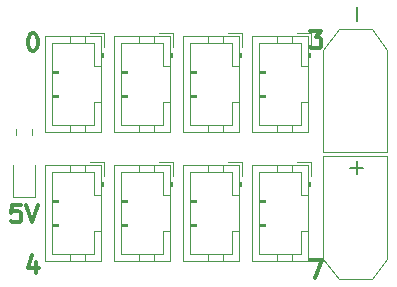
<source format=gbr>
G04 #@! TF.GenerationSoftware,KiCad,Pcbnew,(5.1.4)-1*
G04 #@! TF.CreationDate,2021-11-14T18:33:35-06:00*
G04 #@! TF.ProjectId,FadecandyHatV1.0,46616465-6361-46e6-9479-48617456312e,rev?*
G04 #@! TF.SameCoordinates,Original*
G04 #@! TF.FileFunction,Legend,Top*
G04 #@! TF.FilePolarity,Positive*
%FSLAX46Y46*%
G04 Gerber Fmt 4.6, Leading zero omitted, Abs format (unit mm)*
G04 Created by KiCad (PCBNEW (5.1.4)-1) date 2021-11-14 18:33:35*
%MOMM*%
%LPD*%
G04 APERTURE LIST*
%ADD10C,0.300000*%
%ADD11C,0.120000*%
%ADD12C,0.150000*%
G04 APERTURE END LIST*
D10*
X6699285Y-15688571D02*
X5985000Y-15688571D01*
X5913571Y-16402857D01*
X5985000Y-16331428D01*
X6127857Y-16260000D01*
X6485000Y-16260000D01*
X6627857Y-16331428D01*
X6699285Y-16402857D01*
X6770714Y-16545714D01*
X6770714Y-16902857D01*
X6699285Y-17045714D01*
X6627857Y-17117142D01*
X6485000Y-17188571D01*
X6127857Y-17188571D01*
X5985000Y-17117142D01*
X5913571Y-17045714D01*
X7199285Y-15688571D02*
X7699285Y-17188571D01*
X8199285Y-15688571D01*
X31250000Y-956571D02*
X32178571Y-956571D01*
X31678571Y-1528000D01*
X31892857Y-1528000D01*
X32035714Y-1599428D01*
X32107142Y-1670857D01*
X32178571Y-1813714D01*
X32178571Y-2170857D01*
X32107142Y-2313714D01*
X32035714Y-2385142D01*
X31892857Y-2456571D01*
X31464285Y-2456571D01*
X31321428Y-2385142D01*
X31250000Y-2313714D01*
X31250000Y-20387571D02*
X32250000Y-20387571D01*
X31607142Y-21887571D01*
X8035714Y-20506571D02*
X8035714Y-21506571D01*
X7678571Y-19935142D02*
X7321428Y-21006571D01*
X8250000Y-21006571D01*
X7821428Y-1178571D02*
X7678571Y-1178571D01*
X7535714Y-1250000D01*
X7464285Y-1321428D01*
X7392857Y-1464285D01*
X7321428Y-1750000D01*
X7321428Y-2107142D01*
X7392857Y-2392857D01*
X7464285Y-2535714D01*
X7535714Y-2607142D01*
X7678571Y-2678571D01*
X7821428Y-2678571D01*
X7964285Y-2607142D01*
X8035714Y-2535714D01*
X8107142Y-2392857D01*
X8178571Y-2107142D01*
X8178571Y-1750000D01*
X8107142Y-1464285D01*
X8035714Y-1321428D01*
X7964285Y-1250000D01*
X7821428Y-1178571D01*
D11*
X31320000Y-12031000D02*
X30070000Y-12031000D01*
X31320000Y-13281000D02*
X31320000Y-12031000D01*
X26910000Y-17391000D02*
X27410000Y-17391000D01*
X27410000Y-17491000D02*
X26910000Y-17491000D01*
X27410000Y-17291000D02*
X27410000Y-17491000D01*
X26910000Y-17291000D02*
X27410000Y-17291000D01*
X26910000Y-15391000D02*
X27410000Y-15391000D01*
X27410000Y-15491000D02*
X26910000Y-15491000D01*
X27410000Y-15291000D02*
X27410000Y-15491000D01*
X26910000Y-15291000D02*
X27410000Y-15291000D01*
X28410000Y-20451000D02*
X28410000Y-19841000D01*
X29710000Y-20451000D02*
X29710000Y-19841000D01*
X28410000Y-12331000D02*
X28410000Y-12941000D01*
X29710000Y-12331000D02*
X29710000Y-12941000D01*
X30410000Y-17891000D02*
X31020000Y-17891000D01*
X30410000Y-19841000D02*
X30410000Y-17891000D01*
X26910000Y-19841000D02*
X30410000Y-19841000D01*
X26910000Y-12941000D02*
X26910000Y-19841000D01*
X30410000Y-12941000D02*
X26910000Y-12941000D01*
X30410000Y-14891000D02*
X30410000Y-12941000D01*
X31020000Y-14891000D02*
X30410000Y-14891000D01*
X31120000Y-14091000D02*
X31120000Y-13791000D01*
X31220000Y-13791000D02*
X31020000Y-13791000D01*
X31220000Y-14091000D02*
X31220000Y-13791000D01*
X31020000Y-14091000D02*
X31220000Y-14091000D01*
X31020000Y-20451000D02*
X31020000Y-12331000D01*
X26300000Y-20451000D02*
X31020000Y-20451000D01*
X26300000Y-12331000D02*
X26300000Y-20451000D01*
X31020000Y-12331000D02*
X26300000Y-12331000D01*
X25478000Y-12031000D02*
X24228000Y-12031000D01*
X25478000Y-13281000D02*
X25478000Y-12031000D01*
X21068000Y-17391000D02*
X21568000Y-17391000D01*
X21568000Y-17491000D02*
X21068000Y-17491000D01*
X21568000Y-17291000D02*
X21568000Y-17491000D01*
X21068000Y-17291000D02*
X21568000Y-17291000D01*
X21068000Y-15391000D02*
X21568000Y-15391000D01*
X21568000Y-15491000D02*
X21068000Y-15491000D01*
X21568000Y-15291000D02*
X21568000Y-15491000D01*
X21068000Y-15291000D02*
X21568000Y-15291000D01*
X22568000Y-20451000D02*
X22568000Y-19841000D01*
X23868000Y-20451000D02*
X23868000Y-19841000D01*
X22568000Y-12331000D02*
X22568000Y-12941000D01*
X23868000Y-12331000D02*
X23868000Y-12941000D01*
X24568000Y-17891000D02*
X25178000Y-17891000D01*
X24568000Y-19841000D02*
X24568000Y-17891000D01*
X21068000Y-19841000D02*
X24568000Y-19841000D01*
X21068000Y-12941000D02*
X21068000Y-19841000D01*
X24568000Y-12941000D02*
X21068000Y-12941000D01*
X24568000Y-14891000D02*
X24568000Y-12941000D01*
X25178000Y-14891000D02*
X24568000Y-14891000D01*
X25278000Y-14091000D02*
X25278000Y-13791000D01*
X25378000Y-13791000D02*
X25178000Y-13791000D01*
X25378000Y-14091000D02*
X25378000Y-13791000D01*
X25178000Y-14091000D02*
X25378000Y-14091000D01*
X25178000Y-20451000D02*
X25178000Y-12331000D01*
X20458000Y-20451000D02*
X25178000Y-20451000D01*
X20458000Y-12331000D02*
X20458000Y-20451000D01*
X25178000Y-12331000D02*
X20458000Y-12331000D01*
X19636000Y-12031000D02*
X18386000Y-12031000D01*
X19636000Y-13281000D02*
X19636000Y-12031000D01*
X15226000Y-17391000D02*
X15726000Y-17391000D01*
X15726000Y-17491000D02*
X15226000Y-17491000D01*
X15726000Y-17291000D02*
X15726000Y-17491000D01*
X15226000Y-17291000D02*
X15726000Y-17291000D01*
X15226000Y-15391000D02*
X15726000Y-15391000D01*
X15726000Y-15491000D02*
X15226000Y-15491000D01*
X15726000Y-15291000D02*
X15726000Y-15491000D01*
X15226000Y-15291000D02*
X15726000Y-15291000D01*
X16726000Y-20451000D02*
X16726000Y-19841000D01*
X18026000Y-20451000D02*
X18026000Y-19841000D01*
X16726000Y-12331000D02*
X16726000Y-12941000D01*
X18026000Y-12331000D02*
X18026000Y-12941000D01*
X18726000Y-17891000D02*
X19336000Y-17891000D01*
X18726000Y-19841000D02*
X18726000Y-17891000D01*
X15226000Y-19841000D02*
X18726000Y-19841000D01*
X15226000Y-12941000D02*
X15226000Y-19841000D01*
X18726000Y-12941000D02*
X15226000Y-12941000D01*
X18726000Y-14891000D02*
X18726000Y-12941000D01*
X19336000Y-14891000D02*
X18726000Y-14891000D01*
X19436000Y-14091000D02*
X19436000Y-13791000D01*
X19536000Y-13791000D02*
X19336000Y-13791000D01*
X19536000Y-14091000D02*
X19536000Y-13791000D01*
X19336000Y-14091000D02*
X19536000Y-14091000D01*
X19336000Y-20451000D02*
X19336000Y-12331000D01*
X14616000Y-20451000D02*
X19336000Y-20451000D01*
X14616000Y-12331000D02*
X14616000Y-20451000D01*
X19336000Y-12331000D02*
X14616000Y-12331000D01*
X13794000Y-12031000D02*
X12544000Y-12031000D01*
X13794000Y-13281000D02*
X13794000Y-12031000D01*
X9384000Y-17391000D02*
X9884000Y-17391000D01*
X9884000Y-17491000D02*
X9384000Y-17491000D01*
X9884000Y-17291000D02*
X9884000Y-17491000D01*
X9384000Y-17291000D02*
X9884000Y-17291000D01*
X9384000Y-15391000D02*
X9884000Y-15391000D01*
X9884000Y-15491000D02*
X9384000Y-15491000D01*
X9884000Y-15291000D02*
X9884000Y-15491000D01*
X9384000Y-15291000D02*
X9884000Y-15291000D01*
X10884000Y-20451000D02*
X10884000Y-19841000D01*
X12184000Y-20451000D02*
X12184000Y-19841000D01*
X10884000Y-12331000D02*
X10884000Y-12941000D01*
X12184000Y-12331000D02*
X12184000Y-12941000D01*
X12884000Y-17891000D02*
X13494000Y-17891000D01*
X12884000Y-19841000D02*
X12884000Y-17891000D01*
X9384000Y-19841000D02*
X12884000Y-19841000D01*
X9384000Y-12941000D02*
X9384000Y-19841000D01*
X12884000Y-12941000D02*
X9384000Y-12941000D01*
X12884000Y-14891000D02*
X12884000Y-12941000D01*
X13494000Y-14891000D02*
X12884000Y-14891000D01*
X13594000Y-14091000D02*
X13594000Y-13791000D01*
X13694000Y-13791000D02*
X13494000Y-13791000D01*
X13694000Y-14091000D02*
X13694000Y-13791000D01*
X13494000Y-14091000D02*
X13694000Y-14091000D01*
X13494000Y-20451000D02*
X13494000Y-12331000D01*
X8774000Y-20451000D02*
X13494000Y-20451000D01*
X8774000Y-12331000D02*
X8774000Y-20451000D01*
X13494000Y-12331000D02*
X8774000Y-12331000D01*
X31320000Y-1109000D02*
X30070000Y-1109000D01*
X31320000Y-2359000D02*
X31320000Y-1109000D01*
X26910000Y-6469000D02*
X27410000Y-6469000D01*
X27410000Y-6569000D02*
X26910000Y-6569000D01*
X27410000Y-6369000D02*
X27410000Y-6569000D01*
X26910000Y-6369000D02*
X27410000Y-6369000D01*
X26910000Y-4469000D02*
X27410000Y-4469000D01*
X27410000Y-4569000D02*
X26910000Y-4569000D01*
X27410000Y-4369000D02*
X27410000Y-4569000D01*
X26910000Y-4369000D02*
X27410000Y-4369000D01*
X28410000Y-9529000D02*
X28410000Y-8919000D01*
X29710000Y-9529000D02*
X29710000Y-8919000D01*
X28410000Y-1409000D02*
X28410000Y-2019000D01*
X29710000Y-1409000D02*
X29710000Y-2019000D01*
X30410000Y-6969000D02*
X31020000Y-6969000D01*
X30410000Y-8919000D02*
X30410000Y-6969000D01*
X26910000Y-8919000D02*
X30410000Y-8919000D01*
X26910000Y-2019000D02*
X26910000Y-8919000D01*
X30410000Y-2019000D02*
X26910000Y-2019000D01*
X30410000Y-3969000D02*
X30410000Y-2019000D01*
X31020000Y-3969000D02*
X30410000Y-3969000D01*
X31120000Y-3169000D02*
X31120000Y-2869000D01*
X31220000Y-2869000D02*
X31020000Y-2869000D01*
X31220000Y-3169000D02*
X31220000Y-2869000D01*
X31020000Y-3169000D02*
X31220000Y-3169000D01*
X31020000Y-9529000D02*
X31020000Y-1409000D01*
X26300000Y-9529000D02*
X31020000Y-9529000D01*
X26300000Y-1409000D02*
X26300000Y-9529000D01*
X31020000Y-1409000D02*
X26300000Y-1409000D01*
X25478000Y-1109000D02*
X24228000Y-1109000D01*
X25478000Y-2359000D02*
X25478000Y-1109000D01*
X21068000Y-6469000D02*
X21568000Y-6469000D01*
X21568000Y-6569000D02*
X21068000Y-6569000D01*
X21568000Y-6369000D02*
X21568000Y-6569000D01*
X21068000Y-6369000D02*
X21568000Y-6369000D01*
X21068000Y-4469000D02*
X21568000Y-4469000D01*
X21568000Y-4569000D02*
X21068000Y-4569000D01*
X21568000Y-4369000D02*
X21568000Y-4569000D01*
X21068000Y-4369000D02*
X21568000Y-4369000D01*
X22568000Y-9529000D02*
X22568000Y-8919000D01*
X23868000Y-9529000D02*
X23868000Y-8919000D01*
X22568000Y-1409000D02*
X22568000Y-2019000D01*
X23868000Y-1409000D02*
X23868000Y-2019000D01*
X24568000Y-6969000D02*
X25178000Y-6969000D01*
X24568000Y-8919000D02*
X24568000Y-6969000D01*
X21068000Y-8919000D02*
X24568000Y-8919000D01*
X21068000Y-2019000D02*
X21068000Y-8919000D01*
X24568000Y-2019000D02*
X21068000Y-2019000D01*
X24568000Y-3969000D02*
X24568000Y-2019000D01*
X25178000Y-3969000D02*
X24568000Y-3969000D01*
X25278000Y-3169000D02*
X25278000Y-2869000D01*
X25378000Y-2869000D02*
X25178000Y-2869000D01*
X25378000Y-3169000D02*
X25378000Y-2869000D01*
X25178000Y-3169000D02*
X25378000Y-3169000D01*
X25178000Y-9529000D02*
X25178000Y-1409000D01*
X20458000Y-9529000D02*
X25178000Y-9529000D01*
X20458000Y-1409000D02*
X20458000Y-9529000D01*
X25178000Y-1409000D02*
X20458000Y-1409000D01*
X19636000Y-1109000D02*
X18386000Y-1109000D01*
X19636000Y-2359000D02*
X19636000Y-1109000D01*
X15226000Y-6469000D02*
X15726000Y-6469000D01*
X15726000Y-6569000D02*
X15226000Y-6569000D01*
X15726000Y-6369000D02*
X15726000Y-6569000D01*
X15226000Y-6369000D02*
X15726000Y-6369000D01*
X15226000Y-4469000D02*
X15726000Y-4469000D01*
X15726000Y-4569000D02*
X15226000Y-4569000D01*
X15726000Y-4369000D02*
X15726000Y-4569000D01*
X15226000Y-4369000D02*
X15726000Y-4369000D01*
X16726000Y-9529000D02*
X16726000Y-8919000D01*
X18026000Y-9529000D02*
X18026000Y-8919000D01*
X16726000Y-1409000D02*
X16726000Y-2019000D01*
X18026000Y-1409000D02*
X18026000Y-2019000D01*
X18726000Y-6969000D02*
X19336000Y-6969000D01*
X18726000Y-8919000D02*
X18726000Y-6969000D01*
X15226000Y-8919000D02*
X18726000Y-8919000D01*
X15226000Y-2019000D02*
X15226000Y-8919000D01*
X18726000Y-2019000D02*
X15226000Y-2019000D01*
X18726000Y-3969000D02*
X18726000Y-2019000D01*
X19336000Y-3969000D02*
X18726000Y-3969000D01*
X19436000Y-3169000D02*
X19436000Y-2869000D01*
X19536000Y-2869000D02*
X19336000Y-2869000D01*
X19536000Y-3169000D02*
X19536000Y-2869000D01*
X19336000Y-3169000D02*
X19536000Y-3169000D01*
X19336000Y-9529000D02*
X19336000Y-1409000D01*
X14616000Y-9529000D02*
X19336000Y-9529000D01*
X14616000Y-1409000D02*
X14616000Y-9529000D01*
X19336000Y-1409000D02*
X14616000Y-1409000D01*
X13794000Y-1109000D02*
X12544000Y-1109000D01*
X13794000Y-2359000D02*
X13794000Y-1109000D01*
X9384000Y-6469000D02*
X9884000Y-6469000D01*
X9884000Y-6569000D02*
X9384000Y-6569000D01*
X9884000Y-6369000D02*
X9884000Y-6569000D01*
X9384000Y-6369000D02*
X9884000Y-6369000D01*
X9384000Y-4469000D02*
X9884000Y-4469000D01*
X9884000Y-4569000D02*
X9384000Y-4569000D01*
X9884000Y-4369000D02*
X9884000Y-4569000D01*
X9384000Y-4369000D02*
X9884000Y-4369000D01*
X10884000Y-9529000D02*
X10884000Y-8919000D01*
X12184000Y-9529000D02*
X12184000Y-8919000D01*
X10884000Y-1409000D02*
X10884000Y-2019000D01*
X12184000Y-1409000D02*
X12184000Y-2019000D01*
X12884000Y-6969000D02*
X13494000Y-6969000D01*
X12884000Y-8919000D02*
X12884000Y-6969000D01*
X9384000Y-8919000D02*
X12884000Y-8919000D01*
X9384000Y-2019000D02*
X9384000Y-8919000D01*
X12884000Y-2019000D02*
X9384000Y-2019000D01*
X12884000Y-3969000D02*
X12884000Y-2019000D01*
X13494000Y-3969000D02*
X12884000Y-3969000D01*
X13594000Y-3169000D02*
X13594000Y-2869000D01*
X13694000Y-2869000D02*
X13494000Y-2869000D01*
X13694000Y-3169000D02*
X13694000Y-2869000D01*
X13494000Y-3169000D02*
X13694000Y-3169000D01*
X13494000Y-9529000D02*
X13494000Y-1409000D01*
X8774000Y-9529000D02*
X13494000Y-9529000D01*
X8774000Y-1409000D02*
X8774000Y-9529000D01*
X13494000Y-1409000D02*
X8774000Y-1409000D01*
X36462000Y-846000D02*
X33642000Y-846000D01*
X33642000Y-846000D02*
X32342000Y-2546000D01*
X36462000Y-846000D02*
X37762000Y-2546000D01*
X32342000Y-2546000D02*
X32342000Y-11266000D01*
X37762000Y-11266000D02*
X32342000Y-11266000D01*
X37762000Y-2546000D02*
X37762000Y-11266000D01*
X6025000Y-12335000D02*
X6025000Y-15020000D01*
X6025000Y-15020000D02*
X7945000Y-15020000D01*
X7945000Y-15020000D02*
X7945000Y-12335000D01*
X32342000Y-20314000D02*
X32342000Y-11594000D01*
X32342000Y-11594000D02*
X37762000Y-11594000D01*
X37762000Y-20314000D02*
X37762000Y-11594000D01*
X33642000Y-22014000D02*
X32342000Y-20314000D01*
X36462000Y-22014000D02*
X37762000Y-20314000D01*
X33642000Y-22014000D02*
X36462000Y-22014000D01*
X6275000Y-9266422D02*
X6275000Y-9783578D01*
X7695000Y-9266422D02*
X7695000Y-9783578D01*
D12*
X35159142Y-127428D02*
X35159142Y1015428D01*
X35159142Y-13127428D02*
X35159142Y-11984571D01*
X35730571Y-12556000D02*
X34587714Y-12556000D01*
M02*

</source>
